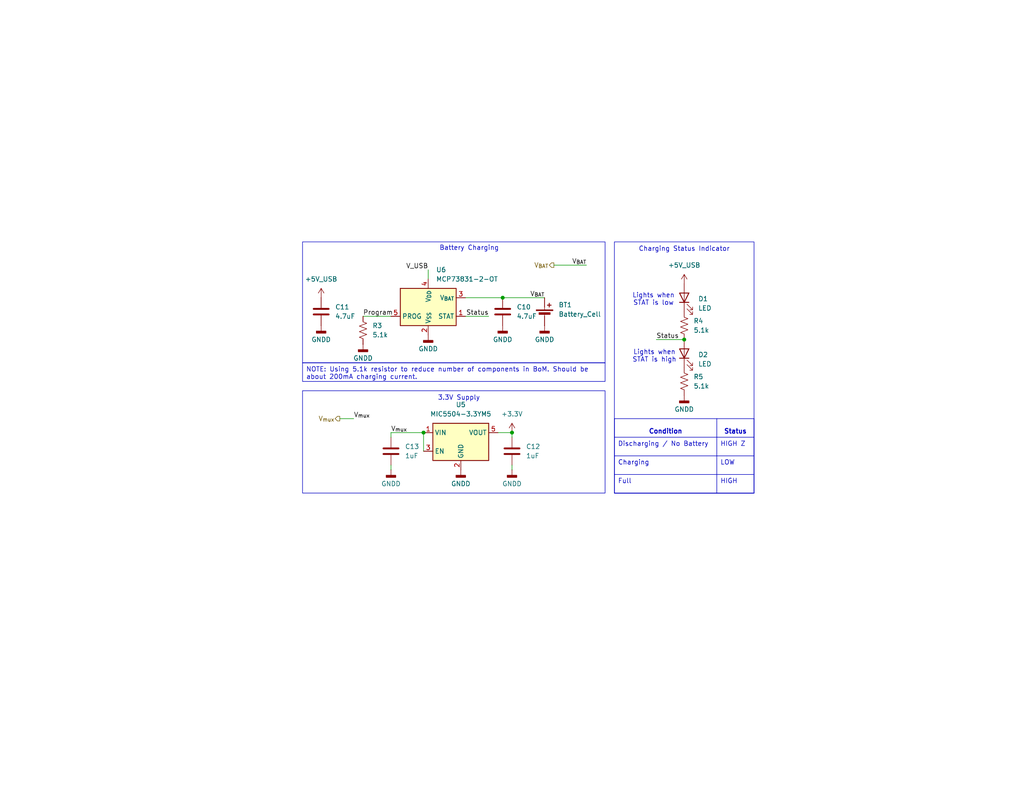
<source format=kicad_sch>
(kicad_sch (version 20250114) (generator "eeschema") (generator_version "9.0")
  (paper "USLetter")
  (title_block (title "Control Module Rev2") (date "2026-02-10") (rev "2.0") (company "Rowan Rocketry"))
  (lib_symbols
    (symbol "Battery_Management:MCP73831-2-OT"
      (property "Reference" "U" (at -7.62 6.35 0))
      (property "Value" "MCP73831-2-OT" (at 1.27 6.35 0))
      (symbol "MCP73831-2-OT_0_1"
        (rectangle (start -7.62 5.08) (end 7.62 -5.08) (stroke (width 0.254)) (fill (type background)))
      )
      (symbol "MCP73831-2-OT_1_1"
        (pin input line (at -10.16 -2.54 0) (length 2.54) (name "PROG") (number "5"))
        (pin power_in line (at 0 7.62 270) (length 2.54) (name "V_{DD}") (number "4"))
        (pin power_in line (at 0 -7.62 90) (length 2.54) (name "V_{SS}") (number "2"))
        (pin power_out line (at 10.16 2.54 180) (length 2.54) (name "V_{BAT}") (number "3"))
        (pin tri_state line (at 10.16 -2.54 180) (length 2.54) (name "STAT") (number "1"))
      )
    )
    (symbol "Device:Battery_Cell" (pin_numbers (hide yes)) (pin_names (offset 0) (hide yes))
      (property "Reference" "BT" (at 2.54 2.54 0))
      (property "Value" "Battery_Cell" (at 2.54 0 0))
      (symbol "Battery_Cell_0_1"
        (rectangle (start -2.286 1.778) (end 2.286 1.524) (fill (type outline)))
        (rectangle (start -1.524 1.016) (end 1.524 0.508) (fill (type outline)))
        (polyline (pts (xy 0 1.778) (xy 0 2.54)))
        (polyline (pts (xy 0 0.762) (xy 0 0)))
        (polyline (pts (xy 0.762 3.048) (xy 1.778 3.048)) (stroke (width 0.254)))
        (polyline (pts (xy 1.27 3.556) (xy 1.27 2.54)) (stroke (width 0.254)))
      )
      (symbol "Battery_Cell_1_1"
        (pin passive line (at 0 5.08 270) (length 2.54) (name "+") (number "1"))
        (pin passive line (at 0 -2.54 90) (length 2.54) (name "-") (number "2"))
      )
    )
    (symbol "Device:C" (pin_numbers (hide yes)) (pin_names (offset 0.254))
      (property "Reference" "C" (at 0.635 2.54 0))
      (property "Value" "C" (at 0.635 -2.54 0))
      (symbol "C_0_1"
        (polyline (pts (xy -2.032 0.762) (xy 2.032 0.762)) (stroke (width 0.508)))
        (polyline (pts (xy -2.032 -0.762) (xy 2.032 -0.762)) (stroke (width 0.508)))
      )
      (symbol "C_1_1"
        (pin passive line (at 0 3.81 270) (length 2.794) (name "~") (number "1"))
        (pin passive line (at 0 -3.81 90) (length 2.794) (name "~") (number "2"))
      )
    )
    (symbol "Device:LED" (pin_numbers (hide yes)) (pin_names (offset 1.016) (hide yes))
      (property "Reference" "D" (at 0 2.54 0))
      (property "Value" "LED" (at 0 -2.54 0))
      (symbol "LED_0_1"
        (polyline (pts (xy -3.048 -0.762) (xy -4.572 -2.286) (xy -3.81 -2.286) (xy -4.572 -2.286) (xy -4.572 -1.524)))
        (polyline (pts (xy -1.778 -0.762) (xy -3.302 -2.286) (xy -2.54 -2.286) (xy -3.302 -2.286) (xy -3.302 -1.524)))
        (polyline (pts (xy -1.27 0) (xy 1.27 0)))
        (polyline (pts (xy -1.27 -1.27) (xy -1.27 1.27)) (stroke (width 0.254)))
        (polyline (pts (xy 1.27 -1.27) (xy 1.27 1.27) (xy -1.27 0) (xy 1.27 -1.27)) (stroke (width 0.254)))
      )
      (symbol "LED_1_1"
        (pin passive line (at -3.81 0 0) (length 2.54) (name "K") (number "1"))
        (pin passive line (at 3.81 0 180) (length 2.54) (name "A") (number "2"))
      )
    )
    (symbol "Device:R_US" (pin_numbers (hide yes)) (pin_names (offset 0))
      (property "Reference" "R" (at 2.54 0 90))
      (property "Value" "R_US" (at -2.54 0 90))
      (symbol "R_US_0_1"
        (polyline (pts (xy 0 2.286) (xy 0 2.54)))
        (polyline (pts (xy 0 2.286) (xy 1.016 1.905) (xy 0 1.524) (xy -1.016 1.143) (xy 0 0.762)))
        (polyline (pts (xy 0 0.762) (xy 1.016 0.381) (xy 0 0) (xy -1.016 -0.381) (xy 0 -0.762)))
        (polyline (pts (xy 0 -0.762) (xy 1.016 -1.143) (xy 0 -1.524) (xy -1.016 -1.905) (xy 0 -2.286)))
        (polyline (pts (xy 0 -2.286) (xy 0 -2.54)))
      )
      (symbol "R_US_1_1"
        (pin passive line (at 0 3.81 270) (length 1.27) (name "~") (number "1"))
        (pin passive line (at 0 -3.81 90) (length 1.27) (name "~") (number "2"))
      )
    )
    (symbol "Regulator_Linear:MIC5504-3.3YM5"
      (property "Reference" "U" (at -7.62 8.89 0))
      (property "Value" "MIC5504-3.3YM5" (at -7.62 6.35 0))
      (symbol "MIC5504-3.3YM5_0_1"
        (rectangle (start -7.62 -5.08) (end 7.62 5.08) (stroke (width 0.254)) (fill (type background)))
      )
      (symbol "MIC5504-3.3YM5_1_1"
        (pin power_in line (at -10.16 2.54 0) (length 2.54) (name "VIN") (number "1"))
        (pin input line (at -10.16 -2.54 0) (length 2.54) (name "EN") (number "3"))
        (pin power_in line (at 0 -7.62 90) (length 2.54) (name "GND") (number "2"))
        (pin no_connect line (at 7.62 -2.54 180) (length 2.54) (hide yes) (name "NC") (number "4"))
        (pin power_out line (at 10.16 2.54 180) (length 2.54) (name "VOUT") (number "5"))
      )
    )
    (symbol "power:+3.3V" (power) (pin_numbers (hide yes)) (pin_names (offset 0) (hide yes))
      (property "Value" "+3.3V" (at 0 3.556 0))
      (symbol "+3.3V_0_1"
        (polyline (pts (xy -0.762 1.27) (xy 0 2.54)))
        (polyline (pts (xy 0 2.54) (xy 0.762 1.27)))
        (polyline (pts (xy 0 0) (xy 0 2.54)))
      )
      (symbol "+3.3V_1_1"
        (pin power_in line (at 0 0 90) (length 0) (name "~") (number "1"))
      )
    )
    (symbol "power:+5V" (power) (pin_numbers (hide yes)) (pin_names (offset 0) (hide yes))
      (property "Value" "+5V" (at 0 3.556 0))
      (symbol "+5V_0_1"
        (polyline (pts (xy -0.762 1.27) (xy 0 2.54)))
        (polyline (pts (xy 0 2.54) (xy 0.762 1.27)))
        (polyline (pts (xy 0 0) (xy 0 2.54)))
      )
      (symbol "+5V_1_1"
        (pin power_in line (at 0 0 90) (length 0) (name "~") (number "1"))
      )
    )
    (symbol "power:GNDD" (power) (pin_numbers (hide yes)) (pin_names (offset 0) (hide yes))
      (property "Value" "GNDD" (at 0 -3.175 0))
      (symbol "GNDD_0_1"
        (rectangle (start -1.27 -1.524) (end 1.27 -2.032) (stroke (width 0.254)) (fill (type outline)))
        (polyline (pts (xy 0 0) (xy 0 -1.524)))
      )
      (symbol "GNDD_1_1"
        (pin power_in line (at 0 0 270) (length 0) (name "~") (number "1"))
      )
    )
  )
  (rectangle (start 167.64 66.04) (end 205.74 134.62))
  (rectangle (start 82.55 66.04) (end 165.1 99.06))
  (rectangle (start 82.55 106.68) (end 165.1 134.62))
  (text "Lights when\nSTAT is high" (at 178.562 97.282 0) (effects (font (size 1.27 1.27))))
  (text "Battery Charging" (at 128.016 67.818 0) (effects (font (size 1.27 1.27))))
  (text "Lights when\nSTAT is low" (at 178.308 81.788 0) (effects (font (size 1.27 1.27))))
  (text "Charging Status Indicator" (at 186.69 68.072 0) (effects (font (size 1.27 1.27))))
  (text "3.3V Supply" (at 125.222 108.712 0) (effects (font (size 1.27 1.27))))
  (text_box "NOTE: Using 5.1k resistor to reduce number of components in BoM. Should be about 200mA charging current." (at 82.55 99.06 0) (size 82.55 5.08) (margins 0.9525 0.9525 0.9525 0.9525) (effects (font (size 1.27 1.27)) (justify left top)))
  (junction (at 186.69 92.71))
  (junction (at 139.7 118.11))
  (junction (at 115.57 118.11))
  (junction (at 137.16 81.28))
  (wire (pts (xy 92.71 114.3) (xy 96.52 114.3)))
  (wire (pts (xy 127 81.28) (xy 137.16 81.28)))
  (wire (pts (xy 106.68 127) (xy 106.68 128.27)))
  (wire (pts (xy 137.16 81.28) (xy 148.59 81.28)))
  (wire (pts (xy 133.35 86.36) (xy 127 86.36)))
  (wire (pts (xy 135.89 118.11) (xy 139.7 118.11)))
  (wire (pts (xy 116.84 73.66) (xy 116.84 76.2)))
  (wire (pts (xy 139.7 127) (xy 139.7 128.27)))
  (wire (pts (xy 160.02 72.39) (xy 151.13 72.39)))
  (wire (pts (xy 115.57 118.11) (xy 115.57 123.19)))
  (wire (pts (xy 139.7 119.38) (xy 139.7 118.11)))
  (wire (pts (xy 106.68 119.38) (xy 106.68 118.11)))
  (wire (pts (xy 106.68 118.11) (xy 115.57 118.11)))
  (wire (pts (xy 99.06 86.36) (xy 106.68 86.36)))
  (wire (pts (xy 179.07 92.71) (xy 186.69 92.71)))
  (table (column_count 2) (border (external yes) (header yes)) (separators (rows yes) (cols yes)) (column_widths 27.94 10.16) (row_heights 5.08 5.08 5.08 5.08 0) (cells (table_cell "Condition" (at 167.64 114.3 0) (size 27.94 5.08) (margins 0.9525 0.9525 0.9525 0.9525) (span 1 1)) (table_cell "Status" (at 195.58 114.3 0) (size 10.16 5.08) (margins 0.9525 0.9525 0.9525 0.9525) (span 1 1)) (table_cell "Discharging / No Battery" (at 167.64 119.38 0) (size 27.94 5.08) (margins 0.9525 0.9525 0.9525 0.9525) (span 1 1)) (table_cell "HIGH Z" (at 195.58 119.38 0) (size 10.16 5.08) (margins 0.9525 0.9525 0.9525 0.9525) (span 1 1)) (table_cell "Charging" (at 167.64 124.46 0) (size 27.94 5.08) (margins 0.9525 0.9525 0.9525 0.9525) (span 1 1)) (table_cell "LOW" (at 195.58 124.46 0) (size 10.16 5.08) (margins 0.9525 0.9525 0.9525 0.9525) (span 1 1)) (table_cell "Full" (at 167.64 129.54 0) (size 27.94 5.08) (margins 0.9525 0.9525 0.9525 0.9525) (span 1 1)) (table_cell "HIGH" (at 195.58 129.54 0) (size 10.16 5.08) (margins 0.9525 0.9525 0.9525 0.9525) (span 1 1)) (table_cell "" (at 167.64 134.62 0) (size 27.94 0) (margins 0.9525 0.9525 0.9525 0.9525) (span 1 1)) (table_cell "" (at 195.58 134.62 0) (size 10.16 0) (margins 0.9525 0.9525 0.9525 0.9525) (span 1 1))))
  (label "V_USB" (at 116.84 73.66 180))
  (label "V_{mux}" (at 96.52 114.3 0))
  (label "V_{BAT}" (at 148.59 81.28 180))
  (label "V_{mux}" (at 106.68 118.11 0))
  (label "Status" (at 179.07 92.71 0))
  (label "Program" (at 99.06 86.36 0))
  (label "Status" (at 133.35 86.36 180))
  (label "V_{BAT}" (at 160.02 72.39 180))
  (hierarchical_label "V_{BAT}" (shape output) (at 151.13 72.39 180))
  (hierarchical_label "V_{mux}" (shape output) (at 92.71 114.3 180))
  (symbol (lib_id "Device:C") (at 87.63 85.09 0) (unit 1)
    (property "Reference" "C18" (at 91.44 83.8199 0) (effects (justify left)))
    (property "Value" "4.7uF" (at 91.44 86.3599 0) (effects (justify left)))
    (property "Footprint" "Capacitor_SMD:C_0603_1608Metric_Pad1.08x0.95mm_HandSolder" (effects (hide yes)))
    (property "Description" "Unpolarized capacitor" (effects (hide yes)))
    (instances (project "dyna-micro" (path "" (reference "C11") (unit 1))) (project "dyna-micro" (path "" (reference "C18") (unit 1))))
  )
  (symbol (lib_id "power:GNDD") (at 106.68 128.27 0) (unit 1)
    (property "Reference" "#PWR077" (effects (hide yes)))
    (property "Value" "GNDD" (at 106.68 132.08 0))
    (property "Description" "Power symbol creates a global label with name \"GNDD\" , digital ground" (effects (hide yes)))
    (instances (project "dyna-micro" (path "" (reference "#PWR045") (unit 1))) (project "dyna-micro" (path "" (reference "#PWR077") (unit 1))))
  )
  (symbol (lib_id "power:GNDD") (at 137.16 88.9 0) (unit 1)
    (property "Reference" "#PWR080" (effects (hide yes)))
    (property "Value" "GNDD" (at 137.16 92.71 0))
    (property "Description" "Power symbol creates a global label with name \"GNDD\" , digital ground" (effects (hide yes)))
    (instances (project "dyna-micro" (path "" (reference "#PWR039") (unit 1))) (project "dyna-micro" (path "" (reference "#PWR080") (unit 1))))
  )
  (symbol (lib_id "Regulator_Linear:MIC5504-3.3YM5") (at 125.73 120.65 0) (unit 1)
    (property "Reference" "U7" (at 125.73 110.49 0))
    (property "Value" "MIC5504-3.3YM5" (at 125.73 113.03 0))
    (property "Footprint" "Package_TO_SOT_SMD:SOT-23-5" (effects (hide yes)))
    (property "Datasheet" "http://ww1.microchip.com/downloads/en/DeviceDoc/MIC550X.pdf" (effects (hide yes)))
    (property "Description" "300mA Low-dropout Voltage Regulator, Vout 3.3V, Vin up to 5.5V, SOT-23" (effects (hide yes)))
    (instances (project "" (path "" (reference "U5") (unit 1))) (project "" (path "" (reference "U7") (unit 1))))
  )
  (symbol (lib_id "Device:R_US") (at 99.06 90.17 0) (unit 1)
    (property "Reference" "R16" (at 101.6 88.8999 0) (effects (justify left)))
    (property "Value" "5.1k" (at 101.6 91.4399 0) (effects (justify left)))
    (property "Footprint" "Resistor_SMD:R_0603_1608Metric_Pad0.98x0.95mm_HandSolder" (effects (hide yes)))
    (property "Description" "Resistor, US symbol" (effects (hide yes)))
    (instances (project "" (path "" (reference "R3") (unit 1))) (project "" (path "" (reference "R16") (unit 1))))
  )
  (symbol (lib_id "Battery_Management:MCP73831-2-OT") (at 116.84 83.82 0) (unit 1)
    (property "Reference" "U6" (at 118.9833 73.66 0) (effects (justify left)))
    (property "Value" "MCP73831-2-OT" (at 118.9833 76.2 0) (effects (justify left)))
    (property "Footprint" "Package_TO_SOT_SMD:SOT-23-5" (effects (hide yes)))
    (property "Datasheet" "http://ww1.microchip.com/downloads/en/DeviceDoc/20001984g.pdf" (effects (hide yes)))
    (property "Description" "Single cell, Li-Ion/Li-Po charge management controller, 4.20V, Tri-State Status Output, in SOT23-5 package" (effects (hide yes)))
  )
  (symbol (lib_id "power:+5V") (at 186.69 77.47 0) (unit 1)
    (property "Reference" "#PWR084" (effects (hide yes)))
    (property "Value" "+5V_USB" (at 186.69 72.39 0))
    (property "Description" "Power symbol creates a global label with name \"+5V\"" (effects (hide yes)))
  )
  (symbol (lib_id "Device:Battery_Cell") (at 148.59 86.36 0) (unit 1)
    (property "Reference" "BT1" (at 152.4 83.2484 0) (effects (justify left)))
    (property "Value" "Battery_Cell" (at 152.4 85.7884 0) (effects (justify left)))
    (property "Footprint" "Connector_JST:JST_PH_S2B-PH-K_1x02_P2.00mm_Horizontal" (effects (hide yes)))
    (property "Description" "Single-cell battery" (effects (hide yes)))
  )
  (symbol (lib_id "power:GNDD") (at 148.59 88.9 0) (unit 1)
    (property "Reference" "#PWR083" (effects (hide yes)))
    (property "Value" "GNDD" (at 148.59 92.71 0))
    (property "Description" "Power symbol creates a global label with name \"GNDD\" , digital ground" (effects (hide yes)))
    (instances (project "dyna-micro" (path "" (reference "#PWR038") (unit 1))) (project "dyna-micro" (path "" (reference "#PWR083") (unit 1))))
  )
  (symbol (lib_id "Device:C") (at 137.16 85.09 0) (unit 1)
    (property "Reference" "C20" (at 140.97 83.8199 0) (effects (justify left)))
    (property "Value" "4.7uF" (at 140.97 86.3599 0) (effects (justify left)))
    (property "Footprint" "Capacitor_SMD:C_0603_1608Metric_Pad1.08x0.95mm_HandSolder" (effects (hide yes)))
    (property "Description" "Unpolarized capacitor" (effects (hide yes)))
    (instances (project "dyna-micro" (path "" (reference "C10") (unit 1))) (project "dyna-micro" (path "" (reference "C20") (unit 1))))
  )
  (symbol (lib_id "Device:R_US") (at 186.69 88.9 0) (unit 1)
    (property "Reference" "R17" (at 189.23 87.6299 0) (effects (justify left)))
    (property "Value" "5.1k" (at 189.23 90.1699 0) (effects (justify left)))
    (property "Footprint" "Resistor_SMD:R_0603_1608Metric_Pad0.98x0.95mm_HandSolder" (effects (hide yes)))
    (property "Description" "Resistor, US symbol" (effects (hide yes)))
    (instances (project "dyna-micro" (path "" (reference "R4") (unit 1))) (project "dyna-micro" (path "" (reference "R17") (unit 1))))
  )
  (symbol (lib_id "power:GNDD") (at 99.06 93.98 0) (unit 1)
    (property "Reference" "#PWR076" (effects (hide yes)))
    (property "Value" "GNDD" (at 99.06 97.79 0))
    (property "Description" "Power symbol creates a global label with name \"GNDD\" , digital ground" (effects (hide yes)))
    (instances (project "" (path "" (reference "#PWR035") (unit 1))) (project "" (path "" (reference "#PWR076") (unit 1))))
  )
  (symbol (lib_id "Device:C") (at 139.7 123.19 0) (unit 1)
    (property "Reference" "C21" (at 143.51 121.9199 0) (effects (justify left)))
    (property "Value" "1uF" (at 143.51 124.4599 0) (effects (justify left)))
    (property "Footprint" "Capacitor_SMD:C_0603_1608Metric_Pad1.08x0.95mm_HandSolder" (effects (hide yes)))
    (property "Description" "Unpolarized capacitor" (effects (hide yes)))
    (instances (project "dyna-micro" (path "" (reference "C12") (unit 1))) (project "dyna-micro" (path "" (reference "C21") (unit 1))))
  )
  (symbol (lib_id "power:GNDD") (at 125.73 128.27 0) (unit 1)
    (property "Reference" "#PWR079" (effects (hide yes)))
    (property "Value" "GNDD" (at 125.73 132.08 0))
    (property "Description" "Power symbol creates a global label with name \"GNDD\" , digital ground" (effects (hide yes)))
    (instances (project "dyna-micro" (path "" (reference "#PWR042") (unit 1))) (project "dyna-micro" (path "" (reference "#PWR079") (unit 1))))
  )
  (symbol (lib_id "Device:LED") (at 186.69 81.28 90) (unit 1)
    (property "Reference" "D3" (at 190.5 81.5974 90) (effects (justify right)))
    (property "Value" "LED" (at 190.5 84.1374 90) (effects (justify right)))
    (property "Footprint" "LED_SMD:LED_0603_1608Metric_Pad1.05x0.95mm_HandSolder" (effects (hide yes)))
    (property "Description" "Light emitting diode" (effects (hide yes)))
    (property "Sim.Pins" "1=K 2=A" (effects (hide yes)))
    (instances (project "" (path "" (reference "D1") (unit 1))) (project "" (path "" (reference "D3") (unit 1))))
  )
  (symbol (lib_id "power:GNDD") (at 139.7 128.27 0) (unit 1)
    (property "Reference" "#PWR082" (effects (hide yes)))
    (property "Value" "GNDD" (at 139.7 132.08 0))
    (property "Description" "Power symbol creates a global label with name \"GNDD\" , digital ground" (effects (hide yes)))
    (instances (project "dyna-micro" (path "" (reference "#PWR044") (unit 1))) (project "dyna-micro" (path "" (reference "#PWR082") (unit 1))))
  )
  (symbol (lib_id "power:+3.3V") (at 139.7 118.11 0) (unit 1)
    (property "Reference" "#PWR081" (effects (hide yes)))
    (property "Value" "+3.3V" (at 139.7 113.03 0))
    (property "Description" "Power symbol creates a global label with name \"+3.3V\"" (effects (hide yes)))
    (instances (project "" (path "" (reference "#PWR043") (unit 1))) (project "" (path "" (reference "#PWR081") (unit 1))))
  )
  (symbol (lib_id "Device:R_US") (at 186.69 104.14 0) (unit 1)
    (property "Reference" "R18" (at 189.23 102.8699 0) (effects (justify left)))
    (property "Value" "5.1k" (at 189.23 105.4099 0) (effects (justify left)))
    (property "Footprint" "Resistor_SMD:R_0603_1608Metric_Pad0.98x0.95mm_HandSolder" (effects (hide yes)))
    (property "Description" "Resistor, US symbol" (effects (hide yes)))
    (instances (project "dyna-micro" (path "" (reference "R5") (unit 1))) (project "dyna-micro" (path "" (reference "R18") (unit 1))))
  )
  (symbol (lib_id "power:+5V") (at 87.63 81.28 0) (unit 1)
    (property "Reference" "#PWR074" (effects (hide yes)))
    (property "Value" "+5V_USB" (at 87.63 76.2 0))
    (property "Description" "Power symbol creates a global label with name \"+5V\"" (effects (hide yes)))
  )
  (symbol (lib_id "Device:LED") (at 186.69 96.52 90) (unit 1)
    (property "Reference" "D4" (at 190.5 96.8374 90) (effects (justify right)))
    (property "Value" "LED" (at 190.5 99.3774 90) (effects (justify right)))
    (property "Footprint" "LED_SMD:LED_0603_1608Metric_Pad1.05x0.95mm_HandSolder" (effects (hide yes)))
    (property "Description" "Light emitting diode" (effects (hide yes)))
    (property "Sim.Pins" "1=K 2=A" (effects (hide yes)))
    (instances (project "dyna-micro" (path "" (reference "D2") (unit 1))) (project "dyna-micro" (path "" (reference "D4") (unit 1))))
  )
  (symbol (lib_id "power:GNDD") (at 87.63 88.9 0) (unit 1)
    (property "Reference" "#PWR075" (effects (hide yes)))
    (property "Value" "GNDD" (at 87.63 92.71 0))
    (property "Description" "Power symbol creates a global label with name \"GNDD\" , digital ground" (effects (hide yes)))
    (instances (project "dyna-micro" (path "" (reference "#PWR041") (unit 1))) (project "dyna-micro" (path "" (reference "#PWR075") (unit 1))))
  )
  (symbol (lib_id "power:GNDD") (at 186.69 107.95 0) (unit 1)
    (property "Reference" "#PWR085" (effects (hide yes)))
    (property "Value" "GNDD" (at 186.69 111.76 0))
    (property "Description" "Power symbol creates a global label with name \"GNDD\" , digital ground" (effects (hide yes)))
    (instances (project "" (path "" (reference "#PWR037") (unit 1))) (project "" (path "" (reference "#PWR085") (unit 1))))
  )
  (symbol (lib_id "Device:C") (at 106.68 123.19 0) (unit 1)
    (property "Reference" "C19" (at 110.49 121.9199 0) (effects (justify left)))
    (property "Value" "1uF" (at 110.49 124.4599 0) (effects (justify left)))
    (property "Footprint" "Capacitor_SMD:C_0603_1608Metric_Pad1.08x0.95mm_HandSolder" (effects (hide yes)))
    (property "Description" "Unpolarized capacitor" (effects (hide yes)))
    (instances (project "dyna-micro" (path "" (reference "C13") (unit 1))) (project "dyna-micro" (path "" (reference "C19") (unit 1))))
  )
  (symbol (lib_id "power:GNDD") (at 116.84 91.44 0) (unit 1)
    (property "Reference" "#PWR078" (effects (hide yes)))
    (property "Value" "GNDD" (at 116.84 95.25 0))
    (property "Description" "Power symbol creates a global label with name \"GNDD\" , digital ground" (effects (hide yes)))
    (instances (project "" (path "" (reference "#PWR034") (unit 1))) (project "" (path "" (reference "#PWR078") (unit 1))))
  )
)
</source>
